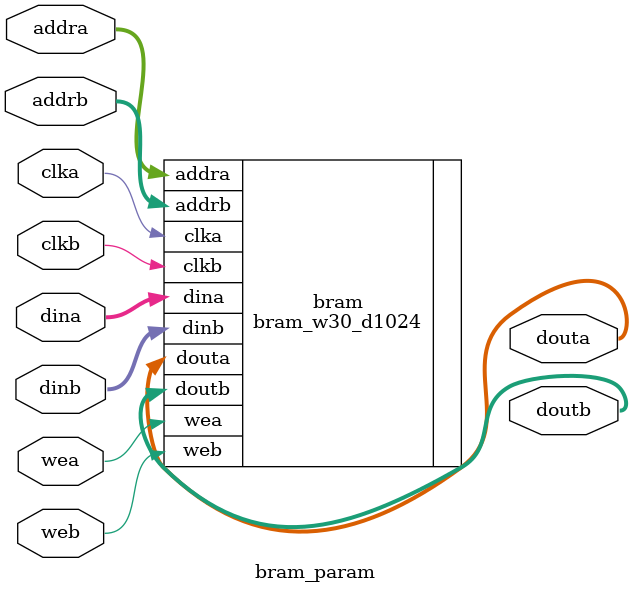
<source format=v>
`timescale 1ns/1ps

`include "../src/debug_define.v"

module bram_param #(
    parameter DATA_WIDTH = 16,
    parameter ADDR_WIDTH = 10,
    parameter DEPTH      = 1024
)
(
  clka,
  wea,
  addra,
  dina,
  douta,
  clkb,
  web,
  addrb,
  dinb,
  doutb
);

input clka;
input [0 : 0] wea;
input [ADDR_WIDTH-1 : 0] addra;
input [DATA_WIDTH-1 : 0] dina;
output [DATA_WIDTH-1 : 0] douta;
input clkb;
input [0 : 0] web;
input [ADDR_WIDTH-1 : 0] addrb;
input [DATA_WIDTH-1 : 0] dinb;
output [DATA_WIDTH-1 : 0] doutb;

`ifdef DEBUG_bin_manager

    reg [DATA_WIDTH-1:0] data[DEPTH];

    reg[31:0] i;

    initial
        for(i=0; i<DEPTH; i++)
            data[i] = 0;

    reg [DATA_WIDTH-1 : 0] douta_r;
    reg [DATA_WIDTH-1 : 0] doutb_r;

    assign douta = douta_r;
    assign doutb = doutb_r;

    always @(posedge clka) begin
        douta_r <= data[addra];
    end

    always @(posedge clka) begin
        if(wea==1)
            data[addra] = dina;
        if(web==1)
            data[addrb] = dinb;
    end

    always @(posedge clkb) begin
        doutb_r <= data[addrb];
    end

    int j;
    task display(int istart, int iend);
        $display("\taddr:%1d-%1d", istart, iend-1);
        for(j=istart; j<iend; j++) begin
            $display("\t%6d:%b", j, data[j]);
        end
    endtask

    reg [2:0]     var_value;
    reg [15:0]    var_lvl;
    task display_vs(int istart, int iend);
        $display("\taddr:%1d-%1d", istart, iend-1);
        $display("\t%8s : %8s %8s", "addr", "value", "level");
        for(j=istart; j<iend; j++) begin
            {var_value, var_lvl} = data[j];
            $display("\t%8d : %8b %8d", j, var_value, var_lvl);
        end
    endtask

    reg [9:0] dcd_bin;
    reg       has_bkt;
    task display_ls(int istart, int iend);
        $display("\taddr:%1d-%1d", istart, iend-1);
        $display("\t%8s : %8s %8s", "addr", "dcd_bin", "has_bkt");
        for(j=istart; j<iend; j++) begin
            {dcd_bin, has_bkt} = data[j];
            $display("\t%8d : %8d %8d", j, dcd_bin, has_bkt);
        end
    endtask

    string str_var_value = "";
    string str = "";
    int var1;
    task display_var_value(int istart, int iend);
        str_var_value = "\t";
        for(j=istart; j<iend; j++) begin
            {var_value, var_lvl} = data[j];
            if(var_value[2:1]==1)
                var1 = -j;
            else
                var1 = j;
            $sformat(str,"%1d ", var1);
            str_var_value = {str_var_value, str};
        end
        $display(str_var_value);
    endtask

`else

    bram_w30_d1024 bram(
        .clka(clka),
        .wea(wea),
        .addra(addra),
        .dina(dina),
        .douta(douta),
        .clkb(clkb),
        .web(web),
        .addrb(addrb),
        .dinb(dinb),
        .doutb(doutb)
    );

`endif

endmodule

</source>
